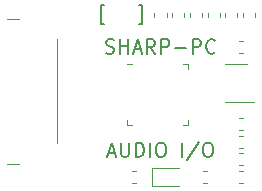
<source format=gto>
G04 #@! TF.GenerationSoftware,KiCad,Pcbnew,5.0.1-33cea8e~67~ubuntu18.04.1*
G04 #@! TF.CreationDate,2018-10-19T08:25:09+02:00*
G04 #@! TF.ProjectId,audio_interface,617564696F5F696E746572666163652E,rev?*
G04 #@! TF.SameCoordinates,Original*
G04 #@! TF.FileFunction,Legend,Top*
G04 #@! TF.FilePolarity,Positive*
%FSLAX46Y46*%
G04 Gerber Fmt 4.6, Leading zero omitted, Abs format (unit mm)*
G04 Created by KiCad (PCBNEW 5.0.1-33cea8e~67~ubuntu18.04.1) date Fr 19 Okt 2018 08:25:09 CEST*
%MOMM*%
%LPD*%
G01*
G04 APERTURE LIST*
%ADD10C,0.200000*%
%ADD11C,0.120000*%
%ADD12C,0.150000*%
G04 APERTURE END LIST*
D10*
X158371428Y-114985714D02*
X158542857Y-115042857D01*
X158828571Y-115042857D01*
X158942857Y-114985714D01*
X159000000Y-114928571D01*
X159057142Y-114814285D01*
X159057142Y-114700000D01*
X159000000Y-114585714D01*
X158942857Y-114528571D01*
X158828571Y-114471428D01*
X158600000Y-114414285D01*
X158485714Y-114357142D01*
X158428571Y-114300000D01*
X158371428Y-114185714D01*
X158371428Y-114071428D01*
X158428571Y-113957142D01*
X158485714Y-113900000D01*
X158600000Y-113842857D01*
X158885714Y-113842857D01*
X159057142Y-113900000D01*
X159571428Y-115042857D02*
X159571428Y-113842857D01*
X159571428Y-114414285D02*
X160257142Y-114414285D01*
X160257142Y-115042857D02*
X160257142Y-113842857D01*
X160771428Y-114700000D02*
X161342857Y-114700000D01*
X160657142Y-115042857D02*
X161057142Y-113842857D01*
X161457142Y-115042857D01*
X162542857Y-115042857D02*
X162142857Y-114471428D01*
X161857142Y-115042857D02*
X161857142Y-113842857D01*
X162314285Y-113842857D01*
X162428571Y-113900000D01*
X162485714Y-113957142D01*
X162542857Y-114071428D01*
X162542857Y-114242857D01*
X162485714Y-114357142D01*
X162428571Y-114414285D01*
X162314285Y-114471428D01*
X161857142Y-114471428D01*
X163057142Y-115042857D02*
X163057142Y-113842857D01*
X163514285Y-113842857D01*
X163628571Y-113900000D01*
X163685714Y-113957142D01*
X163742857Y-114071428D01*
X163742857Y-114242857D01*
X163685714Y-114357142D01*
X163628571Y-114414285D01*
X163514285Y-114471428D01*
X163057142Y-114471428D01*
X164257142Y-114585714D02*
X165171428Y-114585714D01*
X165742857Y-115042857D02*
X165742857Y-113842857D01*
X166200000Y-113842857D01*
X166314285Y-113900000D01*
X166371428Y-113957142D01*
X166428571Y-114071428D01*
X166428571Y-114242857D01*
X166371428Y-114357142D01*
X166314285Y-114414285D01*
X166200000Y-114471428D01*
X165742857Y-114471428D01*
X167628571Y-114928571D02*
X167571428Y-114985714D01*
X167400000Y-115042857D01*
X167285714Y-115042857D01*
X167114285Y-114985714D01*
X167000000Y-114871428D01*
X166942857Y-114757142D01*
X166885714Y-114528571D01*
X166885714Y-114357142D01*
X166942857Y-114128571D01*
X167000000Y-114014285D01*
X167114285Y-113900000D01*
X167285714Y-113842857D01*
X167400000Y-113842857D01*
X167571428Y-113900000D01*
X167628571Y-113957142D01*
X158571428Y-123450000D02*
X159142857Y-123450000D01*
X158457142Y-123792857D02*
X158857142Y-122592857D01*
X159257142Y-123792857D01*
X159657142Y-122592857D02*
X159657142Y-123564285D01*
X159714285Y-123678571D01*
X159771428Y-123735714D01*
X159885714Y-123792857D01*
X160114285Y-123792857D01*
X160228571Y-123735714D01*
X160285714Y-123678571D01*
X160342857Y-123564285D01*
X160342857Y-122592857D01*
X160914285Y-123792857D02*
X160914285Y-122592857D01*
X161200000Y-122592857D01*
X161371428Y-122650000D01*
X161485714Y-122764285D01*
X161542857Y-122878571D01*
X161600000Y-123107142D01*
X161600000Y-123278571D01*
X161542857Y-123507142D01*
X161485714Y-123621428D01*
X161371428Y-123735714D01*
X161200000Y-123792857D01*
X160914285Y-123792857D01*
X162114285Y-123792857D02*
X162114285Y-122592857D01*
X162914285Y-122592857D02*
X163142857Y-122592857D01*
X163257142Y-122650000D01*
X163371428Y-122764285D01*
X163428571Y-122992857D01*
X163428571Y-123392857D01*
X163371428Y-123621428D01*
X163257142Y-123735714D01*
X163142857Y-123792857D01*
X162914285Y-123792857D01*
X162800000Y-123735714D01*
X162685714Y-123621428D01*
X162628571Y-123392857D01*
X162628571Y-122992857D01*
X162685714Y-122764285D01*
X162800000Y-122650000D01*
X162914285Y-122592857D01*
X164857142Y-123792857D02*
X164857142Y-122592857D01*
X166285714Y-122535714D02*
X165257142Y-124078571D01*
X166914285Y-122592857D02*
X167142857Y-122592857D01*
X167257142Y-122650000D01*
X167371428Y-122764285D01*
X167428571Y-122992857D01*
X167428571Y-123392857D01*
X167371428Y-123621428D01*
X167257142Y-123735714D01*
X167142857Y-123792857D01*
X166914285Y-123792857D01*
X166800000Y-123735714D01*
X166685714Y-123621428D01*
X166628571Y-123392857D01*
X166628571Y-122992857D01*
X166685714Y-122764285D01*
X166800000Y-122650000D01*
X166914285Y-122592857D01*
D11*
G04 #@! TO.C,C1*
X160625221Y-126010000D02*
X160950779Y-126010000D01*
X160625221Y-124990000D02*
X160950779Y-124990000D01*
G04 #@! TO.C,C2*
X165490000Y-111950779D02*
X165490000Y-111625221D01*
X166510000Y-111950779D02*
X166510000Y-111625221D01*
G04 #@! TO.C,C3*
X169950779Y-121510000D02*
X169625221Y-121510000D01*
X169950779Y-120490000D02*
X169625221Y-120490000D01*
G04 #@! TO.C,C4*
X168490000Y-111625221D02*
X168490000Y-111950779D01*
X169510000Y-111625221D02*
X169510000Y-111950779D01*
G04 #@! TO.C,C5*
X169990000Y-111950779D02*
X169990000Y-111625221D01*
X171010000Y-111950779D02*
X171010000Y-111625221D01*
G04 #@! TO.C,D1*
X164588000Y-124765000D02*
X162303000Y-124765000D01*
X162303000Y-124765000D02*
X162303000Y-126235000D01*
X162303000Y-126235000D02*
X164588000Y-126235000D01*
G04 #@! TO.C,R1*
X163990000Y-111950779D02*
X163990000Y-111625221D01*
X165010000Y-111950779D02*
X165010000Y-111625221D01*
G04 #@! TO.C,R2*
X163510000Y-111950779D02*
X163510000Y-111625221D01*
X162490000Y-111950779D02*
X162490000Y-111625221D01*
G04 #@! TO.C,R3*
X166950779Y-126010000D02*
X166625221Y-126010000D01*
X166950779Y-124990000D02*
X166625221Y-124990000D01*
G04 #@! TO.C,R4*
X169625221Y-113990000D02*
X169950779Y-113990000D01*
X169625221Y-115010000D02*
X169950779Y-115010000D01*
G04 #@! TO.C,R5*
X169950779Y-123490000D02*
X169625221Y-123490000D01*
X169950779Y-124510000D02*
X169625221Y-124510000D01*
G04 #@! TO.C,R6*
X169625221Y-126010000D02*
X169950779Y-126010000D01*
X169625221Y-124990000D02*
X169950779Y-124990000D01*
G04 #@! TO.C,R7*
X166990000Y-111625221D02*
X166990000Y-111950779D01*
X168010000Y-111625221D02*
X168010000Y-111950779D01*
G04 #@! TO.C,R8*
X169625221Y-121990000D02*
X169950779Y-121990000D01*
X169625221Y-123010000D02*
X169950779Y-123010000D01*
G04 #@! TO.C,U1*
X164885000Y-115890000D02*
X165360000Y-115890000D01*
X165360000Y-115890000D02*
X165360000Y-116365000D01*
X160615000Y-121110000D02*
X160140000Y-121110000D01*
X160140000Y-121110000D02*
X160140000Y-120635000D01*
X164885000Y-121110000D02*
X165360000Y-121110000D01*
X165360000Y-121110000D02*
X165360000Y-120635000D01*
X160615000Y-115890000D02*
X160140000Y-115890000D01*
G04 #@! TO.C,U2*
X170300000Y-115940000D02*
X168500000Y-115940000D01*
X168500000Y-119160000D02*
X170950000Y-119160000D01*
D12*
G04 #@! TO.C,Y1*
X161400000Y-112550000D02*
X161200000Y-112550000D01*
X158000000Y-112550000D02*
X158000000Y-110950000D01*
X161200000Y-110950000D02*
X161400000Y-110950000D01*
X161400000Y-110950000D02*
X161400000Y-112550000D01*
X158000000Y-110950000D02*
X158200000Y-110950000D01*
X158200000Y-112550000D02*
X158000000Y-112550000D01*
D11*
G04 #@! TO.C,J1*
X154220000Y-122650000D02*
X154220000Y-113850000D01*
X151050000Y-124395000D02*
X150000000Y-124395000D01*
X151050000Y-112105000D02*
X150000000Y-112105000D01*
G04 #@! TD*
M02*

</source>
